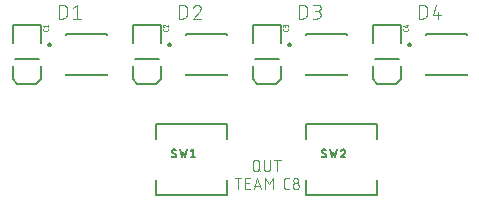
<source format=gbr>
G04 EAGLE Gerber RS-274X export*
G75*
%MOMM*%
%FSLAX34Y34*%
%LPD*%
%INSilkscreen Top*%
%IPPOS*%
%AMOC8*
5,1,8,0,0,1.08239X$1,22.5*%
G01*
%ADD10C,0.076200*%
%ADD11C,0.203200*%
%ADD12C,0.127000*%
%ADD13C,0.025400*%
%ADD14C,0.200000*%
%ADD15C,0.101600*%
%ADD16C,0.152400*%


D10*
X382052Y424632D02*
X382052Y428808D01*
X382051Y428808D02*
X382053Y428909D01*
X382059Y429010D01*
X382069Y429111D01*
X382082Y429211D01*
X382100Y429311D01*
X382121Y429410D01*
X382147Y429508D01*
X382176Y429605D01*
X382208Y429701D01*
X382245Y429795D01*
X382285Y429888D01*
X382329Y429980D01*
X382376Y430069D01*
X382427Y430157D01*
X382481Y430243D01*
X382538Y430326D01*
X382598Y430408D01*
X382662Y430486D01*
X382728Y430563D01*
X382798Y430636D01*
X382870Y430707D01*
X382945Y430775D01*
X383023Y430840D01*
X383103Y430902D01*
X383185Y430961D01*
X383270Y431017D01*
X383357Y431069D01*
X383445Y431118D01*
X383536Y431164D01*
X383628Y431205D01*
X383722Y431244D01*
X383817Y431278D01*
X383913Y431309D01*
X384011Y431336D01*
X384109Y431360D01*
X384209Y431379D01*
X384309Y431395D01*
X384409Y431407D01*
X384510Y431415D01*
X384611Y431419D01*
X384713Y431419D01*
X384814Y431415D01*
X384915Y431407D01*
X385015Y431395D01*
X385115Y431379D01*
X385215Y431360D01*
X385313Y431336D01*
X385411Y431309D01*
X385507Y431278D01*
X385602Y431244D01*
X385696Y431205D01*
X385788Y431164D01*
X385879Y431118D01*
X385968Y431069D01*
X386054Y431017D01*
X386139Y430961D01*
X386221Y430902D01*
X386301Y430840D01*
X386379Y430775D01*
X386454Y430707D01*
X386526Y430636D01*
X386596Y430563D01*
X386662Y430486D01*
X386726Y430408D01*
X386786Y430326D01*
X386843Y430243D01*
X386897Y430157D01*
X386948Y430069D01*
X386995Y429980D01*
X387039Y429888D01*
X387079Y429795D01*
X387116Y429701D01*
X387148Y429605D01*
X387177Y429508D01*
X387203Y429410D01*
X387224Y429311D01*
X387242Y429211D01*
X387255Y429111D01*
X387265Y429010D01*
X387271Y428909D01*
X387273Y428808D01*
X387273Y424632D01*
X387271Y424531D01*
X387265Y424430D01*
X387255Y424329D01*
X387242Y424229D01*
X387224Y424129D01*
X387203Y424030D01*
X387177Y423932D01*
X387148Y423835D01*
X387116Y423739D01*
X387079Y423645D01*
X387039Y423552D01*
X386995Y423460D01*
X386948Y423371D01*
X386897Y423283D01*
X386843Y423197D01*
X386786Y423114D01*
X386726Y423032D01*
X386662Y422954D01*
X386596Y422877D01*
X386526Y422804D01*
X386454Y422733D01*
X386379Y422665D01*
X386301Y422600D01*
X386221Y422538D01*
X386139Y422479D01*
X386054Y422423D01*
X385967Y422371D01*
X385879Y422322D01*
X385788Y422276D01*
X385696Y422235D01*
X385602Y422196D01*
X385507Y422162D01*
X385411Y422131D01*
X385313Y422104D01*
X385215Y422080D01*
X385115Y422061D01*
X385015Y422045D01*
X384915Y422033D01*
X384814Y422025D01*
X384713Y422021D01*
X384611Y422021D01*
X384510Y422025D01*
X384409Y422033D01*
X384309Y422045D01*
X384209Y422061D01*
X384109Y422080D01*
X384011Y422104D01*
X383913Y422131D01*
X383817Y422162D01*
X383722Y422196D01*
X383628Y422235D01*
X383536Y422276D01*
X383445Y422322D01*
X383357Y422371D01*
X383270Y422423D01*
X383185Y422479D01*
X383103Y422538D01*
X383023Y422600D01*
X382945Y422665D01*
X382870Y422733D01*
X382798Y422804D01*
X382728Y422877D01*
X382662Y422954D01*
X382598Y423032D01*
X382538Y423114D01*
X382481Y423197D01*
X382427Y423283D01*
X382376Y423371D01*
X382329Y423460D01*
X382285Y423552D01*
X382245Y423645D01*
X382208Y423739D01*
X382176Y423835D01*
X382147Y423932D01*
X382121Y424030D01*
X382100Y424129D01*
X382082Y424229D01*
X382069Y424329D01*
X382059Y424430D01*
X382053Y424531D01*
X382051Y424632D01*
X386228Y424109D02*
X388317Y422021D01*
X391288Y424632D02*
X391288Y431419D01*
X391288Y424632D02*
X391290Y424531D01*
X391296Y424430D01*
X391306Y424329D01*
X391319Y424229D01*
X391337Y424129D01*
X391358Y424030D01*
X391384Y423932D01*
X391413Y423835D01*
X391445Y423739D01*
X391482Y423645D01*
X391522Y423552D01*
X391566Y423460D01*
X391613Y423371D01*
X391664Y423283D01*
X391718Y423197D01*
X391775Y423114D01*
X391835Y423032D01*
X391899Y422954D01*
X391965Y422877D01*
X392035Y422804D01*
X392107Y422733D01*
X392182Y422665D01*
X392260Y422600D01*
X392340Y422538D01*
X392422Y422479D01*
X392507Y422423D01*
X392594Y422371D01*
X392682Y422322D01*
X392773Y422276D01*
X392865Y422235D01*
X392959Y422196D01*
X393054Y422162D01*
X393150Y422131D01*
X393248Y422104D01*
X393346Y422080D01*
X393446Y422061D01*
X393546Y422045D01*
X393646Y422033D01*
X393747Y422025D01*
X393848Y422021D01*
X393950Y422021D01*
X394051Y422025D01*
X394152Y422033D01*
X394252Y422045D01*
X394352Y422061D01*
X394452Y422080D01*
X394550Y422104D01*
X394648Y422131D01*
X394744Y422162D01*
X394839Y422196D01*
X394933Y422235D01*
X395025Y422276D01*
X395116Y422322D01*
X395204Y422371D01*
X395291Y422423D01*
X395376Y422479D01*
X395458Y422538D01*
X395538Y422600D01*
X395616Y422665D01*
X395691Y422733D01*
X395763Y422804D01*
X395833Y422877D01*
X395899Y422954D01*
X395963Y423032D01*
X396023Y423114D01*
X396080Y423197D01*
X396134Y423283D01*
X396185Y423371D01*
X396232Y423460D01*
X396276Y423552D01*
X396316Y423645D01*
X396353Y423739D01*
X396385Y423835D01*
X396414Y423932D01*
X396440Y424030D01*
X396461Y424129D01*
X396479Y424229D01*
X396492Y424329D01*
X396502Y424430D01*
X396508Y424531D01*
X396510Y424632D01*
X396509Y424632D02*
X396509Y431419D01*
X402738Y431419D02*
X402738Y422021D01*
X400127Y431419D02*
X405348Y431419D01*
X369164Y416179D02*
X369164Y406781D01*
X366553Y416179D02*
X371774Y416179D01*
X375410Y406781D02*
X379587Y406781D01*
X375410Y406781D02*
X375410Y416179D01*
X379587Y416179D01*
X378543Y412002D02*
X375410Y412002D01*
X382490Y406781D02*
X385623Y416179D01*
X388756Y406781D01*
X387972Y409131D02*
X383273Y409131D01*
X392549Y406781D02*
X392549Y416179D01*
X395681Y410958D01*
X398814Y416179D01*
X398814Y406781D01*
X410068Y406781D02*
X412157Y406781D01*
X410068Y406781D02*
X409979Y406783D01*
X409891Y406789D01*
X409803Y406798D01*
X409715Y406811D01*
X409628Y406828D01*
X409542Y406848D01*
X409457Y406873D01*
X409372Y406900D01*
X409289Y406932D01*
X409208Y406966D01*
X409128Y407005D01*
X409050Y407046D01*
X408973Y407091D01*
X408899Y407139D01*
X408826Y407190D01*
X408756Y407244D01*
X408689Y407302D01*
X408623Y407362D01*
X408561Y407424D01*
X408501Y407490D01*
X408443Y407557D01*
X408389Y407627D01*
X408338Y407700D01*
X408290Y407774D01*
X408245Y407851D01*
X408204Y407929D01*
X408165Y408009D01*
X408131Y408090D01*
X408099Y408173D01*
X408072Y408258D01*
X408047Y408343D01*
X408027Y408429D01*
X408010Y408516D01*
X407997Y408604D01*
X407988Y408692D01*
X407982Y408780D01*
X407980Y408869D01*
X407980Y414091D01*
X407981Y414091D02*
X407983Y414182D01*
X407989Y414273D01*
X407999Y414364D01*
X408013Y414454D01*
X408030Y414543D01*
X408052Y414631D01*
X408078Y414719D01*
X408107Y414805D01*
X408140Y414890D01*
X408177Y414973D01*
X408217Y415055D01*
X408261Y415135D01*
X408308Y415213D01*
X408359Y415289D01*
X408412Y415362D01*
X408469Y415433D01*
X408530Y415502D01*
X408593Y415567D01*
X408658Y415630D01*
X408727Y415690D01*
X408798Y415748D01*
X408871Y415801D01*
X408947Y415852D01*
X409025Y415899D01*
X409105Y415943D01*
X409187Y415983D01*
X409270Y416020D01*
X409355Y416053D01*
X409441Y416082D01*
X409529Y416108D01*
X409617Y416130D01*
X409706Y416147D01*
X409796Y416161D01*
X409887Y416171D01*
X409978Y416177D01*
X410069Y416179D01*
X410068Y416179D02*
X412157Y416179D01*
X415625Y409392D02*
X415627Y409493D01*
X415633Y409594D01*
X415643Y409695D01*
X415656Y409795D01*
X415674Y409895D01*
X415695Y409994D01*
X415721Y410092D01*
X415750Y410189D01*
X415782Y410285D01*
X415819Y410379D01*
X415859Y410472D01*
X415903Y410564D01*
X415950Y410653D01*
X416001Y410741D01*
X416055Y410827D01*
X416112Y410910D01*
X416172Y410992D01*
X416236Y411070D01*
X416302Y411147D01*
X416372Y411220D01*
X416444Y411291D01*
X416519Y411359D01*
X416597Y411424D01*
X416677Y411486D01*
X416759Y411545D01*
X416844Y411601D01*
X416931Y411653D01*
X417019Y411702D01*
X417110Y411748D01*
X417202Y411789D01*
X417296Y411828D01*
X417391Y411862D01*
X417487Y411893D01*
X417585Y411920D01*
X417683Y411944D01*
X417783Y411963D01*
X417883Y411979D01*
X417983Y411991D01*
X418084Y411999D01*
X418185Y412003D01*
X418287Y412003D01*
X418388Y411999D01*
X418489Y411991D01*
X418589Y411979D01*
X418689Y411963D01*
X418789Y411944D01*
X418887Y411920D01*
X418985Y411893D01*
X419081Y411862D01*
X419176Y411828D01*
X419270Y411789D01*
X419362Y411748D01*
X419453Y411702D01*
X419542Y411653D01*
X419628Y411601D01*
X419713Y411545D01*
X419795Y411486D01*
X419875Y411424D01*
X419953Y411359D01*
X420028Y411291D01*
X420100Y411220D01*
X420170Y411147D01*
X420236Y411070D01*
X420300Y410992D01*
X420360Y410910D01*
X420417Y410827D01*
X420471Y410741D01*
X420522Y410653D01*
X420569Y410564D01*
X420613Y410472D01*
X420653Y410379D01*
X420690Y410285D01*
X420722Y410189D01*
X420751Y410092D01*
X420777Y409994D01*
X420798Y409895D01*
X420816Y409795D01*
X420829Y409695D01*
X420839Y409594D01*
X420845Y409493D01*
X420847Y409392D01*
X420845Y409291D01*
X420839Y409190D01*
X420829Y409089D01*
X420816Y408989D01*
X420798Y408889D01*
X420777Y408790D01*
X420751Y408692D01*
X420722Y408595D01*
X420690Y408499D01*
X420653Y408405D01*
X420613Y408312D01*
X420569Y408220D01*
X420522Y408131D01*
X420471Y408043D01*
X420417Y407957D01*
X420360Y407874D01*
X420300Y407792D01*
X420236Y407714D01*
X420170Y407637D01*
X420100Y407564D01*
X420028Y407493D01*
X419953Y407425D01*
X419875Y407360D01*
X419795Y407298D01*
X419713Y407239D01*
X419628Y407183D01*
X419541Y407131D01*
X419453Y407082D01*
X419362Y407036D01*
X419270Y406995D01*
X419176Y406956D01*
X419081Y406922D01*
X418985Y406891D01*
X418887Y406864D01*
X418789Y406840D01*
X418689Y406821D01*
X418589Y406805D01*
X418489Y406793D01*
X418388Y406785D01*
X418287Y406781D01*
X418185Y406781D01*
X418084Y406785D01*
X417983Y406793D01*
X417883Y406805D01*
X417783Y406821D01*
X417683Y406840D01*
X417585Y406864D01*
X417487Y406891D01*
X417391Y406922D01*
X417296Y406956D01*
X417202Y406995D01*
X417110Y407036D01*
X417019Y407082D01*
X416931Y407131D01*
X416844Y407183D01*
X416759Y407239D01*
X416677Y407298D01*
X416597Y407360D01*
X416519Y407425D01*
X416444Y407493D01*
X416372Y407564D01*
X416302Y407637D01*
X416236Y407714D01*
X416172Y407792D01*
X416112Y407874D01*
X416055Y407957D01*
X416001Y408043D01*
X415950Y408131D01*
X415903Y408220D01*
X415859Y408312D01*
X415819Y408405D01*
X415782Y408499D01*
X415750Y408595D01*
X415721Y408692D01*
X415695Y408790D01*
X415674Y408889D01*
X415656Y408989D01*
X415643Y409089D01*
X415633Y409190D01*
X415627Y409291D01*
X415625Y409392D01*
X416148Y414091D02*
X416150Y414181D01*
X416156Y414270D01*
X416165Y414360D01*
X416179Y414449D01*
X416196Y414537D01*
X416217Y414624D01*
X416242Y414711D01*
X416271Y414796D01*
X416303Y414880D01*
X416338Y414962D01*
X416378Y415043D01*
X416420Y415122D01*
X416466Y415199D01*
X416516Y415274D01*
X416568Y415347D01*
X416624Y415418D01*
X416682Y415486D01*
X416744Y415551D01*
X416808Y415614D01*
X416875Y415674D01*
X416944Y415731D01*
X417016Y415785D01*
X417090Y415836D01*
X417166Y415884D01*
X417244Y415928D01*
X417324Y415969D01*
X417406Y416007D01*
X417489Y416041D01*
X417574Y416071D01*
X417660Y416098D01*
X417746Y416121D01*
X417834Y416140D01*
X417923Y416155D01*
X418012Y416167D01*
X418101Y416175D01*
X418191Y416179D01*
X418281Y416179D01*
X418371Y416175D01*
X418460Y416167D01*
X418549Y416155D01*
X418638Y416140D01*
X418726Y416121D01*
X418812Y416098D01*
X418898Y416071D01*
X418983Y416041D01*
X419066Y416007D01*
X419148Y415969D01*
X419228Y415928D01*
X419306Y415884D01*
X419382Y415836D01*
X419456Y415785D01*
X419528Y415731D01*
X419597Y415674D01*
X419664Y415614D01*
X419728Y415551D01*
X419790Y415486D01*
X419848Y415418D01*
X419904Y415347D01*
X419956Y415274D01*
X420006Y415199D01*
X420052Y415122D01*
X420094Y415043D01*
X420134Y414962D01*
X420169Y414880D01*
X420201Y414796D01*
X420230Y414711D01*
X420255Y414624D01*
X420276Y414537D01*
X420293Y414449D01*
X420307Y414360D01*
X420316Y414270D01*
X420322Y414181D01*
X420324Y414091D01*
X420322Y414001D01*
X420316Y413912D01*
X420307Y413822D01*
X420293Y413733D01*
X420276Y413645D01*
X420255Y413558D01*
X420230Y413471D01*
X420201Y413386D01*
X420169Y413302D01*
X420134Y413220D01*
X420094Y413139D01*
X420052Y413060D01*
X420006Y412983D01*
X419956Y412908D01*
X419904Y412835D01*
X419848Y412764D01*
X419790Y412696D01*
X419728Y412631D01*
X419664Y412568D01*
X419597Y412508D01*
X419528Y412451D01*
X419456Y412397D01*
X419382Y412346D01*
X419306Y412298D01*
X419228Y412254D01*
X419148Y412213D01*
X419066Y412175D01*
X418983Y412141D01*
X418898Y412111D01*
X418812Y412084D01*
X418726Y412061D01*
X418638Y412042D01*
X418549Y412027D01*
X418460Y412015D01*
X418371Y412007D01*
X418281Y412003D01*
X418191Y412003D01*
X418101Y412007D01*
X418012Y412015D01*
X417923Y412027D01*
X417834Y412042D01*
X417746Y412061D01*
X417660Y412084D01*
X417574Y412111D01*
X417489Y412141D01*
X417406Y412175D01*
X417324Y412213D01*
X417244Y412254D01*
X417166Y412298D01*
X417090Y412346D01*
X417016Y412397D01*
X416944Y412451D01*
X416875Y412508D01*
X416808Y412568D01*
X416744Y412631D01*
X416682Y412696D01*
X416624Y412764D01*
X416568Y412835D01*
X416516Y412908D01*
X416466Y412983D01*
X416420Y413060D01*
X416378Y413139D01*
X416338Y413220D01*
X416303Y413302D01*
X416271Y413386D01*
X416242Y413471D01*
X416217Y413558D01*
X416196Y413645D01*
X416179Y413733D01*
X416165Y413822D01*
X416156Y413912D01*
X416150Y414001D01*
X416148Y414091D01*
D11*
X280100Y530700D02*
X280100Y545700D01*
X304100Y545700D01*
X304100Y530700D01*
X280100Y510700D02*
X280100Y499700D01*
X284100Y495700D01*
X300100Y495700D01*
X304100Y499700D01*
X304100Y510700D01*
D12*
X302260Y516890D02*
X281940Y516890D01*
D13*
X309847Y541646D02*
X309847Y542492D01*
X309847Y541646D02*
X309845Y541588D01*
X309839Y541531D01*
X309829Y541474D01*
X309816Y541417D01*
X309798Y541362D01*
X309777Y541309D01*
X309752Y541256D01*
X309724Y541206D01*
X309692Y541158D01*
X309657Y541111D01*
X309619Y541068D01*
X309578Y541027D01*
X309535Y540989D01*
X309488Y540954D01*
X309440Y540922D01*
X309390Y540894D01*
X309337Y540869D01*
X309284Y540848D01*
X309229Y540830D01*
X309172Y540817D01*
X309115Y540807D01*
X309058Y540801D01*
X309000Y540799D01*
X306884Y540799D01*
X306826Y540801D01*
X306769Y540807D01*
X306712Y540817D01*
X306655Y540830D01*
X306600Y540848D01*
X306547Y540869D01*
X306494Y540894D01*
X306444Y540922D01*
X306396Y540954D01*
X306349Y540989D01*
X306306Y541027D01*
X306265Y541068D01*
X306227Y541111D01*
X306192Y541158D01*
X306160Y541206D01*
X306132Y541256D01*
X306107Y541309D01*
X306086Y541362D01*
X306068Y541417D01*
X306055Y541474D01*
X306045Y541531D01*
X306039Y541588D01*
X306037Y541646D01*
X306037Y542492D01*
X306037Y545021D02*
X306039Y545081D01*
X306045Y545140D01*
X306054Y545200D01*
X306067Y545258D01*
X306084Y545315D01*
X306104Y545372D01*
X306128Y545427D01*
X306155Y545480D01*
X306185Y545532D01*
X306219Y545581D01*
X306256Y545628D01*
X306295Y545673D01*
X306338Y545716D01*
X306383Y545755D01*
X306430Y545792D01*
X306479Y545826D01*
X306531Y545856D01*
X306584Y545883D01*
X306639Y545907D01*
X306696Y545927D01*
X306753Y545944D01*
X306811Y545957D01*
X306871Y545966D01*
X306930Y545972D01*
X306990Y545974D01*
X306037Y545021D02*
X306039Y544954D01*
X306044Y544887D01*
X306053Y544821D01*
X306066Y544755D01*
X306082Y544691D01*
X306102Y544627D01*
X306126Y544564D01*
X306152Y544502D01*
X306182Y544443D01*
X306215Y544385D01*
X306252Y544328D01*
X306291Y544274D01*
X306333Y544222D01*
X306378Y544173D01*
X306426Y544126D01*
X306476Y544082D01*
X306529Y544040D01*
X306584Y544002D01*
X306640Y543966D01*
X306699Y543934D01*
X306759Y543905D01*
X306821Y543879D01*
X306884Y543857D01*
X307731Y545655D02*
X307689Y545697D01*
X307644Y545736D01*
X307598Y545773D01*
X307549Y545807D01*
X307499Y545837D01*
X307447Y545865D01*
X307393Y545890D01*
X307338Y545912D01*
X307282Y545931D01*
X307225Y545946D01*
X307167Y545958D01*
X307108Y545966D01*
X307049Y545971D01*
X306990Y545973D01*
X307730Y545656D02*
X309847Y543856D01*
X309847Y545973D01*
D11*
X381700Y545700D02*
X381700Y530700D01*
X381700Y545700D02*
X405700Y545700D01*
X405700Y530700D01*
X381700Y510700D02*
X381700Y499700D01*
X385700Y495700D01*
X401700Y495700D01*
X405700Y499700D01*
X405700Y510700D01*
D12*
X403860Y516890D02*
X383540Y516890D01*
D13*
X411447Y541646D02*
X411447Y542492D01*
X411447Y541646D02*
X411445Y541588D01*
X411439Y541531D01*
X411429Y541474D01*
X411416Y541417D01*
X411398Y541362D01*
X411377Y541309D01*
X411352Y541256D01*
X411324Y541206D01*
X411292Y541158D01*
X411257Y541111D01*
X411219Y541068D01*
X411178Y541027D01*
X411135Y540989D01*
X411088Y540954D01*
X411040Y540922D01*
X410990Y540894D01*
X410937Y540869D01*
X410884Y540848D01*
X410829Y540830D01*
X410772Y540817D01*
X410715Y540807D01*
X410658Y540801D01*
X410600Y540799D01*
X408484Y540799D01*
X408426Y540801D01*
X408369Y540807D01*
X408312Y540817D01*
X408255Y540830D01*
X408200Y540848D01*
X408147Y540869D01*
X408094Y540894D01*
X408044Y540922D01*
X407996Y540954D01*
X407949Y540989D01*
X407906Y541027D01*
X407865Y541068D01*
X407827Y541111D01*
X407792Y541158D01*
X407760Y541206D01*
X407732Y541256D01*
X407707Y541309D01*
X407686Y541362D01*
X407668Y541417D01*
X407655Y541474D01*
X407645Y541531D01*
X407639Y541588D01*
X407637Y541646D01*
X407637Y542492D01*
X411447Y543856D02*
X411447Y544915D01*
X411445Y544979D01*
X411439Y545043D01*
X411430Y545106D01*
X411416Y545168D01*
X411399Y545230D01*
X411378Y545290D01*
X411354Y545349D01*
X411326Y545407D01*
X411294Y545462D01*
X411260Y545516D01*
X411222Y545567D01*
X411181Y545617D01*
X411137Y545663D01*
X411091Y545707D01*
X411041Y545748D01*
X410990Y545786D01*
X410936Y545820D01*
X410881Y545852D01*
X410823Y545880D01*
X410764Y545904D01*
X410704Y545925D01*
X410642Y545942D01*
X410580Y545956D01*
X410517Y545965D01*
X410453Y545971D01*
X410389Y545973D01*
X410325Y545971D01*
X410261Y545965D01*
X410198Y545956D01*
X410136Y545942D01*
X410074Y545925D01*
X410014Y545904D01*
X409955Y545880D01*
X409897Y545852D01*
X409842Y545820D01*
X409788Y545786D01*
X409737Y545748D01*
X409687Y545707D01*
X409641Y545663D01*
X409597Y545617D01*
X409556Y545567D01*
X409518Y545516D01*
X409484Y545462D01*
X409452Y545407D01*
X409424Y545349D01*
X409400Y545290D01*
X409379Y545230D01*
X409362Y545168D01*
X409348Y545106D01*
X409339Y545043D01*
X409333Y544979D01*
X409331Y544915D01*
X407637Y545126D02*
X407637Y543856D01*
X407637Y545126D02*
X407639Y545183D01*
X407645Y545239D01*
X407654Y545295D01*
X407667Y545350D01*
X407684Y545404D01*
X407704Y545457D01*
X407728Y545508D01*
X407755Y545558D01*
X407786Y545605D01*
X407819Y545651D01*
X407856Y545694D01*
X407895Y545735D01*
X407937Y545773D01*
X407982Y545808D01*
X408028Y545840D01*
X408077Y545869D01*
X408127Y545894D01*
X408180Y545916D01*
X408233Y545935D01*
X408288Y545950D01*
X408343Y545961D01*
X408399Y545969D01*
X408456Y545973D01*
X408512Y545973D01*
X408569Y545969D01*
X408625Y545961D01*
X408680Y545950D01*
X408735Y545935D01*
X408788Y545916D01*
X408841Y545894D01*
X408891Y545869D01*
X408940Y545840D01*
X408986Y545808D01*
X409031Y545773D01*
X409073Y545735D01*
X409112Y545694D01*
X409149Y545651D01*
X409182Y545605D01*
X409213Y545558D01*
X409240Y545508D01*
X409264Y545457D01*
X409284Y545404D01*
X409301Y545350D01*
X409314Y545295D01*
X409323Y545239D01*
X409329Y545183D01*
X409331Y545126D01*
X409330Y545126D02*
X409330Y544280D01*
D11*
X178500Y545700D02*
X178500Y530700D01*
X178500Y545700D02*
X202500Y545700D01*
X202500Y530700D01*
X178500Y510700D02*
X178500Y499700D01*
X182500Y495700D01*
X198500Y495700D01*
X202500Y499700D01*
X202500Y510700D01*
D12*
X200660Y516890D02*
X180340Y516890D01*
D13*
X208247Y541646D02*
X208247Y542492D01*
X208247Y541646D02*
X208245Y541588D01*
X208239Y541531D01*
X208229Y541474D01*
X208216Y541417D01*
X208198Y541362D01*
X208177Y541309D01*
X208152Y541256D01*
X208124Y541206D01*
X208092Y541158D01*
X208057Y541111D01*
X208019Y541068D01*
X207978Y541027D01*
X207935Y540989D01*
X207888Y540954D01*
X207840Y540922D01*
X207790Y540894D01*
X207737Y540869D01*
X207684Y540848D01*
X207629Y540830D01*
X207572Y540817D01*
X207515Y540807D01*
X207458Y540801D01*
X207400Y540799D01*
X205284Y540799D01*
X205226Y540801D01*
X205169Y540807D01*
X205112Y540817D01*
X205055Y540830D01*
X205000Y540848D01*
X204947Y540869D01*
X204894Y540894D01*
X204844Y540922D01*
X204796Y540954D01*
X204749Y540989D01*
X204706Y541027D01*
X204665Y541068D01*
X204627Y541111D01*
X204592Y541158D01*
X204560Y541206D01*
X204532Y541256D01*
X204507Y541309D01*
X204486Y541362D01*
X204468Y541417D01*
X204455Y541474D01*
X204445Y541531D01*
X204439Y541588D01*
X204437Y541646D01*
X204437Y542492D01*
X205284Y543856D02*
X204437Y544915D01*
X208247Y544915D01*
X208247Y545973D02*
X208247Y543856D01*
D11*
X483300Y545700D02*
X483300Y530700D01*
X483300Y545700D02*
X507300Y545700D01*
X507300Y530700D01*
X483300Y510700D02*
X483300Y499700D01*
X487300Y495700D01*
X503300Y495700D01*
X507300Y499700D01*
X507300Y510700D01*
D12*
X505460Y516890D02*
X485140Y516890D01*
D13*
X513047Y541646D02*
X513047Y542492D01*
X513047Y541646D02*
X513045Y541588D01*
X513039Y541531D01*
X513029Y541474D01*
X513016Y541417D01*
X512998Y541362D01*
X512977Y541309D01*
X512952Y541256D01*
X512924Y541206D01*
X512892Y541158D01*
X512857Y541111D01*
X512819Y541068D01*
X512778Y541027D01*
X512735Y540989D01*
X512688Y540954D01*
X512640Y540922D01*
X512590Y540894D01*
X512537Y540869D01*
X512484Y540848D01*
X512429Y540830D01*
X512372Y540817D01*
X512315Y540807D01*
X512258Y540801D01*
X512200Y540799D01*
X510084Y540799D01*
X510026Y540801D01*
X509969Y540807D01*
X509912Y540817D01*
X509855Y540830D01*
X509800Y540848D01*
X509747Y540869D01*
X509694Y540894D01*
X509644Y540922D01*
X509596Y540954D01*
X509549Y540989D01*
X509506Y541027D01*
X509465Y541068D01*
X509427Y541111D01*
X509392Y541158D01*
X509360Y541206D01*
X509332Y541256D01*
X509307Y541309D01*
X509286Y541362D01*
X509268Y541417D01*
X509255Y541474D01*
X509245Y541531D01*
X509239Y541588D01*
X509237Y541646D01*
X509237Y542492D01*
X509237Y544703D02*
X512200Y543856D01*
X512200Y545973D01*
X511354Y545338D02*
X513047Y545338D01*
D12*
X258800Y538200D02*
X258800Y536900D01*
X258800Y504500D02*
X258800Y503200D01*
X223800Y536900D02*
X223800Y538200D01*
X223800Y504500D02*
X223800Y503200D01*
X223800Y538200D02*
X258800Y538200D01*
X258800Y503200D02*
X223800Y503200D01*
D14*
X208800Y529200D02*
X208802Y529263D01*
X208808Y529325D01*
X208818Y529387D01*
X208831Y529449D01*
X208849Y529509D01*
X208870Y529568D01*
X208895Y529626D01*
X208924Y529682D01*
X208956Y529736D01*
X208991Y529788D01*
X209029Y529837D01*
X209071Y529885D01*
X209115Y529929D01*
X209163Y529971D01*
X209212Y530009D01*
X209264Y530044D01*
X209318Y530076D01*
X209374Y530105D01*
X209432Y530130D01*
X209491Y530151D01*
X209551Y530169D01*
X209613Y530182D01*
X209675Y530192D01*
X209737Y530198D01*
X209800Y530200D01*
X209863Y530198D01*
X209925Y530192D01*
X209987Y530182D01*
X210049Y530169D01*
X210109Y530151D01*
X210168Y530130D01*
X210226Y530105D01*
X210282Y530076D01*
X210336Y530044D01*
X210388Y530009D01*
X210437Y529971D01*
X210485Y529929D01*
X210529Y529885D01*
X210571Y529837D01*
X210609Y529788D01*
X210644Y529736D01*
X210676Y529682D01*
X210705Y529626D01*
X210730Y529568D01*
X210751Y529509D01*
X210769Y529449D01*
X210782Y529387D01*
X210792Y529325D01*
X210798Y529263D01*
X210800Y529200D01*
X210798Y529137D01*
X210792Y529075D01*
X210782Y529013D01*
X210769Y528951D01*
X210751Y528891D01*
X210730Y528832D01*
X210705Y528774D01*
X210676Y528718D01*
X210644Y528664D01*
X210609Y528612D01*
X210571Y528563D01*
X210529Y528515D01*
X210485Y528471D01*
X210437Y528429D01*
X210388Y528391D01*
X210336Y528356D01*
X210282Y528324D01*
X210226Y528295D01*
X210168Y528270D01*
X210109Y528249D01*
X210049Y528231D01*
X209987Y528218D01*
X209925Y528208D01*
X209863Y528202D01*
X209800Y528200D01*
X209737Y528202D01*
X209675Y528208D01*
X209613Y528218D01*
X209551Y528231D01*
X209491Y528249D01*
X209432Y528270D01*
X209374Y528295D01*
X209318Y528324D01*
X209264Y528356D01*
X209212Y528391D01*
X209163Y528429D01*
X209115Y528471D01*
X209071Y528515D01*
X209029Y528563D01*
X208991Y528612D01*
X208956Y528664D01*
X208924Y528718D01*
X208895Y528774D01*
X208870Y528832D01*
X208849Y528891D01*
X208831Y528951D01*
X208818Y529013D01*
X208808Y529075D01*
X208802Y529137D01*
X208800Y529200D01*
D15*
X217808Y551208D02*
X217808Y562892D01*
X221054Y562892D01*
X221167Y562890D01*
X221280Y562884D01*
X221393Y562874D01*
X221506Y562860D01*
X221618Y562843D01*
X221729Y562821D01*
X221839Y562796D01*
X221949Y562766D01*
X222057Y562733D01*
X222164Y562696D01*
X222270Y562656D01*
X222374Y562611D01*
X222477Y562563D01*
X222578Y562512D01*
X222677Y562457D01*
X222774Y562399D01*
X222869Y562337D01*
X222962Y562272D01*
X223052Y562204D01*
X223140Y562133D01*
X223226Y562058D01*
X223309Y561981D01*
X223389Y561901D01*
X223466Y561818D01*
X223541Y561732D01*
X223612Y561644D01*
X223680Y561554D01*
X223745Y561461D01*
X223807Y561366D01*
X223865Y561269D01*
X223920Y561170D01*
X223971Y561069D01*
X224019Y560966D01*
X224064Y560862D01*
X224104Y560756D01*
X224141Y560649D01*
X224174Y560541D01*
X224204Y560431D01*
X224229Y560321D01*
X224251Y560210D01*
X224268Y560098D01*
X224282Y559985D01*
X224292Y559872D01*
X224298Y559759D01*
X224300Y559646D01*
X224299Y559646D02*
X224299Y554454D01*
X224300Y554454D02*
X224298Y554341D01*
X224292Y554228D01*
X224282Y554115D01*
X224268Y554002D01*
X224251Y553890D01*
X224229Y553779D01*
X224204Y553669D01*
X224174Y553559D01*
X224141Y553451D01*
X224104Y553344D01*
X224064Y553238D01*
X224019Y553134D01*
X223971Y553031D01*
X223920Y552930D01*
X223865Y552831D01*
X223807Y552734D01*
X223745Y552639D01*
X223680Y552546D01*
X223612Y552456D01*
X223541Y552368D01*
X223466Y552282D01*
X223389Y552199D01*
X223309Y552119D01*
X223226Y552042D01*
X223140Y551967D01*
X223052Y551896D01*
X222962Y551828D01*
X222869Y551763D01*
X222774Y551701D01*
X222677Y551643D01*
X222578Y551588D01*
X222477Y551537D01*
X222374Y551489D01*
X222270Y551444D01*
X222164Y551404D01*
X222057Y551367D01*
X221949Y551334D01*
X221839Y551304D01*
X221729Y551279D01*
X221618Y551257D01*
X221506Y551240D01*
X221393Y551226D01*
X221280Y551216D01*
X221167Y551210D01*
X221054Y551208D01*
X217808Y551208D01*
X229619Y560296D02*
X232865Y562892D01*
X232865Y551208D01*
X236110Y551208D02*
X229619Y551208D01*
D12*
X360400Y538200D02*
X360400Y536900D01*
X360400Y504500D02*
X360400Y503200D01*
X325400Y536900D02*
X325400Y538200D01*
X325400Y504500D02*
X325400Y503200D01*
X325400Y538200D02*
X360400Y538200D01*
X360400Y503200D02*
X325400Y503200D01*
D14*
X310400Y529200D02*
X310402Y529263D01*
X310408Y529325D01*
X310418Y529387D01*
X310431Y529449D01*
X310449Y529509D01*
X310470Y529568D01*
X310495Y529626D01*
X310524Y529682D01*
X310556Y529736D01*
X310591Y529788D01*
X310629Y529837D01*
X310671Y529885D01*
X310715Y529929D01*
X310763Y529971D01*
X310812Y530009D01*
X310864Y530044D01*
X310918Y530076D01*
X310974Y530105D01*
X311032Y530130D01*
X311091Y530151D01*
X311151Y530169D01*
X311213Y530182D01*
X311275Y530192D01*
X311337Y530198D01*
X311400Y530200D01*
X311463Y530198D01*
X311525Y530192D01*
X311587Y530182D01*
X311649Y530169D01*
X311709Y530151D01*
X311768Y530130D01*
X311826Y530105D01*
X311882Y530076D01*
X311936Y530044D01*
X311988Y530009D01*
X312037Y529971D01*
X312085Y529929D01*
X312129Y529885D01*
X312171Y529837D01*
X312209Y529788D01*
X312244Y529736D01*
X312276Y529682D01*
X312305Y529626D01*
X312330Y529568D01*
X312351Y529509D01*
X312369Y529449D01*
X312382Y529387D01*
X312392Y529325D01*
X312398Y529263D01*
X312400Y529200D01*
X312398Y529137D01*
X312392Y529075D01*
X312382Y529013D01*
X312369Y528951D01*
X312351Y528891D01*
X312330Y528832D01*
X312305Y528774D01*
X312276Y528718D01*
X312244Y528664D01*
X312209Y528612D01*
X312171Y528563D01*
X312129Y528515D01*
X312085Y528471D01*
X312037Y528429D01*
X311988Y528391D01*
X311936Y528356D01*
X311882Y528324D01*
X311826Y528295D01*
X311768Y528270D01*
X311709Y528249D01*
X311649Y528231D01*
X311587Y528218D01*
X311525Y528208D01*
X311463Y528202D01*
X311400Y528200D01*
X311337Y528202D01*
X311275Y528208D01*
X311213Y528218D01*
X311151Y528231D01*
X311091Y528249D01*
X311032Y528270D01*
X310974Y528295D01*
X310918Y528324D01*
X310864Y528356D01*
X310812Y528391D01*
X310763Y528429D01*
X310715Y528471D01*
X310671Y528515D01*
X310629Y528563D01*
X310591Y528612D01*
X310556Y528664D01*
X310524Y528718D01*
X310495Y528774D01*
X310470Y528832D01*
X310449Y528891D01*
X310431Y528951D01*
X310418Y529013D01*
X310408Y529075D01*
X310402Y529137D01*
X310400Y529200D01*
D15*
X319408Y551208D02*
X319408Y562892D01*
X322654Y562892D01*
X322767Y562890D01*
X322880Y562884D01*
X322993Y562874D01*
X323106Y562860D01*
X323218Y562843D01*
X323329Y562821D01*
X323439Y562796D01*
X323549Y562766D01*
X323657Y562733D01*
X323764Y562696D01*
X323870Y562656D01*
X323974Y562611D01*
X324077Y562563D01*
X324178Y562512D01*
X324277Y562457D01*
X324374Y562399D01*
X324469Y562337D01*
X324562Y562272D01*
X324652Y562204D01*
X324740Y562133D01*
X324826Y562058D01*
X324909Y561981D01*
X324989Y561901D01*
X325066Y561818D01*
X325141Y561732D01*
X325212Y561644D01*
X325280Y561554D01*
X325345Y561461D01*
X325407Y561366D01*
X325465Y561269D01*
X325520Y561170D01*
X325571Y561069D01*
X325619Y560966D01*
X325664Y560862D01*
X325704Y560756D01*
X325741Y560649D01*
X325774Y560541D01*
X325804Y560431D01*
X325829Y560321D01*
X325851Y560210D01*
X325868Y560098D01*
X325882Y559985D01*
X325892Y559872D01*
X325898Y559759D01*
X325900Y559646D01*
X325899Y559646D02*
X325899Y554454D01*
X325900Y554454D02*
X325898Y554341D01*
X325892Y554228D01*
X325882Y554115D01*
X325868Y554002D01*
X325851Y553890D01*
X325829Y553779D01*
X325804Y553669D01*
X325774Y553559D01*
X325741Y553451D01*
X325704Y553344D01*
X325664Y553238D01*
X325619Y553134D01*
X325571Y553031D01*
X325520Y552930D01*
X325465Y552831D01*
X325407Y552734D01*
X325345Y552639D01*
X325280Y552546D01*
X325212Y552456D01*
X325141Y552368D01*
X325066Y552282D01*
X324989Y552199D01*
X324909Y552119D01*
X324826Y552042D01*
X324740Y551967D01*
X324652Y551896D01*
X324562Y551828D01*
X324469Y551763D01*
X324374Y551701D01*
X324277Y551643D01*
X324178Y551588D01*
X324077Y551537D01*
X323974Y551489D01*
X323870Y551444D01*
X323764Y551404D01*
X323657Y551367D01*
X323549Y551334D01*
X323439Y551304D01*
X323329Y551279D01*
X323218Y551257D01*
X323106Y551240D01*
X322993Y551226D01*
X322880Y551216D01*
X322767Y551210D01*
X322654Y551208D01*
X319408Y551208D01*
X334789Y562892D02*
X334896Y562890D01*
X335002Y562884D01*
X335108Y562874D01*
X335214Y562861D01*
X335320Y562843D01*
X335424Y562822D01*
X335528Y562797D01*
X335631Y562768D01*
X335732Y562736D01*
X335832Y562699D01*
X335931Y562659D01*
X336029Y562616D01*
X336125Y562569D01*
X336219Y562518D01*
X336311Y562464D01*
X336401Y562407D01*
X336489Y562347D01*
X336574Y562283D01*
X336657Y562216D01*
X336738Y562146D01*
X336816Y562074D01*
X336892Y561998D01*
X336964Y561920D01*
X337034Y561839D01*
X337101Y561756D01*
X337165Y561671D01*
X337225Y561583D01*
X337282Y561493D01*
X337336Y561401D01*
X337387Y561307D01*
X337434Y561211D01*
X337477Y561113D01*
X337517Y561014D01*
X337554Y560914D01*
X337586Y560813D01*
X337615Y560710D01*
X337640Y560606D01*
X337661Y560502D01*
X337679Y560396D01*
X337692Y560290D01*
X337702Y560184D01*
X337708Y560078D01*
X337710Y559971D01*
X334789Y562892D02*
X334668Y562890D01*
X334547Y562884D01*
X334427Y562874D01*
X334306Y562861D01*
X334187Y562843D01*
X334067Y562822D01*
X333949Y562797D01*
X333832Y562768D01*
X333715Y562735D01*
X333600Y562699D01*
X333486Y562658D01*
X333373Y562615D01*
X333261Y562567D01*
X333152Y562516D01*
X333044Y562461D01*
X332937Y562403D01*
X332833Y562342D01*
X332731Y562277D01*
X332631Y562209D01*
X332533Y562138D01*
X332437Y562064D01*
X332344Y561987D01*
X332254Y561906D01*
X332166Y561823D01*
X332081Y561737D01*
X331998Y561648D01*
X331919Y561557D01*
X331842Y561463D01*
X331769Y561367D01*
X331699Y561269D01*
X331632Y561168D01*
X331568Y561065D01*
X331508Y560960D01*
X331451Y560853D01*
X331397Y560745D01*
X331347Y560635D01*
X331301Y560523D01*
X331258Y560410D01*
X331219Y560295D01*
X336737Y557699D02*
X336816Y557776D01*
X336892Y557857D01*
X336965Y557940D01*
X337035Y558025D01*
X337102Y558113D01*
X337166Y558203D01*
X337226Y558295D01*
X337283Y558390D01*
X337337Y558486D01*
X337388Y558584D01*
X337435Y558684D01*
X337479Y558786D01*
X337519Y558889D01*
X337555Y558993D01*
X337587Y559099D01*
X337616Y559205D01*
X337641Y559313D01*
X337663Y559421D01*
X337680Y559531D01*
X337694Y559640D01*
X337703Y559750D01*
X337709Y559861D01*
X337711Y559971D01*
X336736Y557699D02*
X331219Y551208D01*
X337710Y551208D01*
D12*
X462000Y538200D02*
X462000Y536900D01*
X462000Y504500D02*
X462000Y503200D01*
X427000Y536900D02*
X427000Y538200D01*
X427000Y504500D02*
X427000Y503200D01*
X427000Y538200D02*
X462000Y538200D01*
X462000Y503200D02*
X427000Y503200D01*
D14*
X412000Y529200D02*
X412002Y529263D01*
X412008Y529325D01*
X412018Y529387D01*
X412031Y529449D01*
X412049Y529509D01*
X412070Y529568D01*
X412095Y529626D01*
X412124Y529682D01*
X412156Y529736D01*
X412191Y529788D01*
X412229Y529837D01*
X412271Y529885D01*
X412315Y529929D01*
X412363Y529971D01*
X412412Y530009D01*
X412464Y530044D01*
X412518Y530076D01*
X412574Y530105D01*
X412632Y530130D01*
X412691Y530151D01*
X412751Y530169D01*
X412813Y530182D01*
X412875Y530192D01*
X412937Y530198D01*
X413000Y530200D01*
X413063Y530198D01*
X413125Y530192D01*
X413187Y530182D01*
X413249Y530169D01*
X413309Y530151D01*
X413368Y530130D01*
X413426Y530105D01*
X413482Y530076D01*
X413536Y530044D01*
X413588Y530009D01*
X413637Y529971D01*
X413685Y529929D01*
X413729Y529885D01*
X413771Y529837D01*
X413809Y529788D01*
X413844Y529736D01*
X413876Y529682D01*
X413905Y529626D01*
X413930Y529568D01*
X413951Y529509D01*
X413969Y529449D01*
X413982Y529387D01*
X413992Y529325D01*
X413998Y529263D01*
X414000Y529200D01*
X413998Y529137D01*
X413992Y529075D01*
X413982Y529013D01*
X413969Y528951D01*
X413951Y528891D01*
X413930Y528832D01*
X413905Y528774D01*
X413876Y528718D01*
X413844Y528664D01*
X413809Y528612D01*
X413771Y528563D01*
X413729Y528515D01*
X413685Y528471D01*
X413637Y528429D01*
X413588Y528391D01*
X413536Y528356D01*
X413482Y528324D01*
X413426Y528295D01*
X413368Y528270D01*
X413309Y528249D01*
X413249Y528231D01*
X413187Y528218D01*
X413125Y528208D01*
X413063Y528202D01*
X413000Y528200D01*
X412937Y528202D01*
X412875Y528208D01*
X412813Y528218D01*
X412751Y528231D01*
X412691Y528249D01*
X412632Y528270D01*
X412574Y528295D01*
X412518Y528324D01*
X412464Y528356D01*
X412412Y528391D01*
X412363Y528429D01*
X412315Y528471D01*
X412271Y528515D01*
X412229Y528563D01*
X412191Y528612D01*
X412156Y528664D01*
X412124Y528718D01*
X412095Y528774D01*
X412070Y528832D01*
X412049Y528891D01*
X412031Y528951D01*
X412018Y529013D01*
X412008Y529075D01*
X412002Y529137D01*
X412000Y529200D01*
D15*
X421008Y551208D02*
X421008Y562892D01*
X424254Y562892D01*
X424367Y562890D01*
X424480Y562884D01*
X424593Y562874D01*
X424706Y562860D01*
X424818Y562843D01*
X424929Y562821D01*
X425039Y562796D01*
X425149Y562766D01*
X425257Y562733D01*
X425364Y562696D01*
X425470Y562656D01*
X425574Y562611D01*
X425677Y562563D01*
X425778Y562512D01*
X425877Y562457D01*
X425974Y562399D01*
X426069Y562337D01*
X426162Y562272D01*
X426252Y562204D01*
X426340Y562133D01*
X426426Y562058D01*
X426509Y561981D01*
X426589Y561901D01*
X426666Y561818D01*
X426741Y561732D01*
X426812Y561644D01*
X426880Y561554D01*
X426945Y561461D01*
X427007Y561366D01*
X427065Y561269D01*
X427120Y561170D01*
X427171Y561069D01*
X427219Y560966D01*
X427264Y560862D01*
X427304Y560756D01*
X427341Y560649D01*
X427374Y560541D01*
X427404Y560431D01*
X427429Y560321D01*
X427451Y560210D01*
X427468Y560098D01*
X427482Y559985D01*
X427492Y559872D01*
X427498Y559759D01*
X427500Y559646D01*
X427499Y559646D02*
X427499Y554454D01*
X427500Y554454D02*
X427498Y554341D01*
X427492Y554228D01*
X427482Y554115D01*
X427468Y554002D01*
X427451Y553890D01*
X427429Y553779D01*
X427404Y553669D01*
X427374Y553559D01*
X427341Y553451D01*
X427304Y553344D01*
X427264Y553238D01*
X427219Y553134D01*
X427171Y553031D01*
X427120Y552930D01*
X427065Y552831D01*
X427007Y552734D01*
X426945Y552639D01*
X426880Y552546D01*
X426812Y552456D01*
X426741Y552368D01*
X426666Y552282D01*
X426589Y552199D01*
X426509Y552119D01*
X426426Y552042D01*
X426340Y551967D01*
X426252Y551896D01*
X426162Y551828D01*
X426069Y551763D01*
X425974Y551701D01*
X425877Y551643D01*
X425778Y551588D01*
X425677Y551537D01*
X425574Y551489D01*
X425470Y551444D01*
X425364Y551404D01*
X425257Y551367D01*
X425149Y551334D01*
X425039Y551304D01*
X424929Y551279D01*
X424818Y551257D01*
X424706Y551240D01*
X424593Y551226D01*
X424480Y551216D01*
X424367Y551210D01*
X424254Y551208D01*
X421008Y551208D01*
X432819Y551208D02*
X436065Y551208D01*
X436178Y551210D01*
X436291Y551216D01*
X436404Y551226D01*
X436517Y551240D01*
X436629Y551257D01*
X436740Y551279D01*
X436850Y551304D01*
X436960Y551334D01*
X437068Y551367D01*
X437175Y551404D01*
X437281Y551444D01*
X437385Y551489D01*
X437488Y551537D01*
X437589Y551588D01*
X437688Y551643D01*
X437785Y551701D01*
X437880Y551763D01*
X437973Y551828D01*
X438063Y551896D01*
X438151Y551967D01*
X438237Y552042D01*
X438320Y552119D01*
X438400Y552199D01*
X438477Y552282D01*
X438552Y552368D01*
X438623Y552456D01*
X438691Y552546D01*
X438756Y552639D01*
X438818Y552734D01*
X438876Y552831D01*
X438931Y552930D01*
X438982Y553031D01*
X439030Y553134D01*
X439075Y553238D01*
X439115Y553344D01*
X439152Y553451D01*
X439185Y553559D01*
X439215Y553669D01*
X439240Y553779D01*
X439262Y553890D01*
X439279Y554002D01*
X439293Y554115D01*
X439303Y554228D01*
X439309Y554341D01*
X439311Y554454D01*
X439309Y554567D01*
X439303Y554680D01*
X439293Y554793D01*
X439279Y554906D01*
X439262Y555018D01*
X439240Y555129D01*
X439215Y555239D01*
X439185Y555349D01*
X439152Y555457D01*
X439115Y555564D01*
X439075Y555670D01*
X439030Y555774D01*
X438982Y555877D01*
X438931Y555978D01*
X438876Y556077D01*
X438818Y556174D01*
X438756Y556269D01*
X438691Y556362D01*
X438623Y556452D01*
X438552Y556540D01*
X438477Y556626D01*
X438400Y556709D01*
X438320Y556789D01*
X438237Y556866D01*
X438151Y556941D01*
X438063Y557012D01*
X437973Y557080D01*
X437880Y557145D01*
X437785Y557207D01*
X437688Y557265D01*
X437589Y557320D01*
X437488Y557371D01*
X437385Y557419D01*
X437281Y557464D01*
X437175Y557504D01*
X437068Y557541D01*
X436960Y557574D01*
X436850Y557604D01*
X436740Y557629D01*
X436629Y557651D01*
X436517Y557668D01*
X436404Y557682D01*
X436291Y557692D01*
X436178Y557698D01*
X436065Y557700D01*
X436714Y562892D02*
X432819Y562892D01*
X436714Y562892D02*
X436815Y562890D01*
X436915Y562884D01*
X437015Y562874D01*
X437115Y562861D01*
X437214Y562843D01*
X437313Y562822D01*
X437410Y562797D01*
X437507Y562768D01*
X437602Y562735D01*
X437696Y562699D01*
X437788Y562659D01*
X437879Y562616D01*
X437968Y562569D01*
X438055Y562519D01*
X438141Y562465D01*
X438224Y562408D01*
X438304Y562348D01*
X438383Y562285D01*
X438459Y562218D01*
X438532Y562149D01*
X438602Y562077D01*
X438670Y562003D01*
X438735Y561926D01*
X438796Y561846D01*
X438855Y561764D01*
X438910Y561680D01*
X438962Y561594D01*
X439011Y561506D01*
X439056Y561416D01*
X439098Y561324D01*
X439136Y561231D01*
X439170Y561136D01*
X439201Y561041D01*
X439228Y560944D01*
X439251Y560846D01*
X439271Y560747D01*
X439286Y560647D01*
X439298Y560547D01*
X439306Y560447D01*
X439310Y560346D01*
X439310Y560246D01*
X439306Y560145D01*
X439298Y560045D01*
X439286Y559945D01*
X439271Y559845D01*
X439251Y559746D01*
X439228Y559648D01*
X439201Y559551D01*
X439170Y559456D01*
X439136Y559361D01*
X439098Y559268D01*
X439056Y559176D01*
X439011Y559086D01*
X438962Y558998D01*
X438910Y558912D01*
X438855Y558828D01*
X438796Y558746D01*
X438735Y558666D01*
X438670Y558589D01*
X438602Y558515D01*
X438532Y558443D01*
X438459Y558374D01*
X438383Y558307D01*
X438304Y558244D01*
X438224Y558184D01*
X438141Y558127D01*
X438055Y558073D01*
X437968Y558023D01*
X437879Y557976D01*
X437788Y557933D01*
X437696Y557893D01*
X437602Y557857D01*
X437507Y557824D01*
X437410Y557795D01*
X437313Y557770D01*
X437214Y557749D01*
X437115Y557731D01*
X437015Y557718D01*
X436915Y557708D01*
X436815Y557702D01*
X436714Y557700D01*
X436714Y557699D02*
X434117Y557699D01*
D12*
X563600Y538200D02*
X563600Y536900D01*
X563600Y504500D02*
X563600Y503200D01*
X528600Y536900D02*
X528600Y538200D01*
X528600Y504500D02*
X528600Y503200D01*
X528600Y538200D02*
X563600Y538200D01*
X563600Y503200D02*
X528600Y503200D01*
D14*
X513600Y529200D02*
X513602Y529263D01*
X513608Y529325D01*
X513618Y529387D01*
X513631Y529449D01*
X513649Y529509D01*
X513670Y529568D01*
X513695Y529626D01*
X513724Y529682D01*
X513756Y529736D01*
X513791Y529788D01*
X513829Y529837D01*
X513871Y529885D01*
X513915Y529929D01*
X513963Y529971D01*
X514012Y530009D01*
X514064Y530044D01*
X514118Y530076D01*
X514174Y530105D01*
X514232Y530130D01*
X514291Y530151D01*
X514351Y530169D01*
X514413Y530182D01*
X514475Y530192D01*
X514537Y530198D01*
X514600Y530200D01*
X514663Y530198D01*
X514725Y530192D01*
X514787Y530182D01*
X514849Y530169D01*
X514909Y530151D01*
X514968Y530130D01*
X515026Y530105D01*
X515082Y530076D01*
X515136Y530044D01*
X515188Y530009D01*
X515237Y529971D01*
X515285Y529929D01*
X515329Y529885D01*
X515371Y529837D01*
X515409Y529788D01*
X515444Y529736D01*
X515476Y529682D01*
X515505Y529626D01*
X515530Y529568D01*
X515551Y529509D01*
X515569Y529449D01*
X515582Y529387D01*
X515592Y529325D01*
X515598Y529263D01*
X515600Y529200D01*
X515598Y529137D01*
X515592Y529075D01*
X515582Y529013D01*
X515569Y528951D01*
X515551Y528891D01*
X515530Y528832D01*
X515505Y528774D01*
X515476Y528718D01*
X515444Y528664D01*
X515409Y528612D01*
X515371Y528563D01*
X515329Y528515D01*
X515285Y528471D01*
X515237Y528429D01*
X515188Y528391D01*
X515136Y528356D01*
X515082Y528324D01*
X515026Y528295D01*
X514968Y528270D01*
X514909Y528249D01*
X514849Y528231D01*
X514787Y528218D01*
X514725Y528208D01*
X514663Y528202D01*
X514600Y528200D01*
X514537Y528202D01*
X514475Y528208D01*
X514413Y528218D01*
X514351Y528231D01*
X514291Y528249D01*
X514232Y528270D01*
X514174Y528295D01*
X514118Y528324D01*
X514064Y528356D01*
X514012Y528391D01*
X513963Y528429D01*
X513915Y528471D01*
X513871Y528515D01*
X513829Y528563D01*
X513791Y528612D01*
X513756Y528664D01*
X513724Y528718D01*
X513695Y528774D01*
X513670Y528832D01*
X513649Y528891D01*
X513631Y528951D01*
X513618Y529013D01*
X513608Y529075D01*
X513602Y529137D01*
X513600Y529200D01*
D15*
X522608Y551208D02*
X522608Y562892D01*
X525854Y562892D01*
X525967Y562890D01*
X526080Y562884D01*
X526193Y562874D01*
X526306Y562860D01*
X526418Y562843D01*
X526529Y562821D01*
X526639Y562796D01*
X526749Y562766D01*
X526857Y562733D01*
X526964Y562696D01*
X527070Y562656D01*
X527174Y562611D01*
X527277Y562563D01*
X527378Y562512D01*
X527477Y562457D01*
X527574Y562399D01*
X527669Y562337D01*
X527762Y562272D01*
X527852Y562204D01*
X527940Y562133D01*
X528026Y562058D01*
X528109Y561981D01*
X528189Y561901D01*
X528266Y561818D01*
X528341Y561732D01*
X528412Y561644D01*
X528480Y561554D01*
X528545Y561461D01*
X528607Y561366D01*
X528665Y561269D01*
X528720Y561170D01*
X528771Y561069D01*
X528819Y560966D01*
X528864Y560862D01*
X528904Y560756D01*
X528941Y560649D01*
X528974Y560541D01*
X529004Y560431D01*
X529029Y560321D01*
X529051Y560210D01*
X529068Y560098D01*
X529082Y559985D01*
X529092Y559872D01*
X529098Y559759D01*
X529100Y559646D01*
X529099Y559646D02*
X529099Y554454D01*
X529100Y554454D02*
X529098Y554341D01*
X529092Y554228D01*
X529082Y554115D01*
X529068Y554002D01*
X529051Y553890D01*
X529029Y553779D01*
X529004Y553669D01*
X528974Y553559D01*
X528941Y553451D01*
X528904Y553344D01*
X528864Y553238D01*
X528819Y553134D01*
X528771Y553031D01*
X528720Y552930D01*
X528665Y552831D01*
X528607Y552734D01*
X528545Y552639D01*
X528480Y552546D01*
X528412Y552456D01*
X528341Y552368D01*
X528266Y552282D01*
X528189Y552199D01*
X528109Y552119D01*
X528026Y552042D01*
X527940Y551967D01*
X527852Y551896D01*
X527762Y551828D01*
X527669Y551763D01*
X527574Y551701D01*
X527477Y551643D01*
X527378Y551588D01*
X527277Y551537D01*
X527174Y551489D01*
X527070Y551444D01*
X526964Y551404D01*
X526857Y551367D01*
X526749Y551334D01*
X526639Y551304D01*
X526529Y551279D01*
X526418Y551257D01*
X526306Y551240D01*
X526193Y551226D01*
X526080Y551216D01*
X525967Y551210D01*
X525854Y551208D01*
X522608Y551208D01*
X534419Y553804D02*
X537015Y562892D01*
X534419Y553804D02*
X540910Y553804D01*
X538963Y556401D02*
X538963Y551208D01*
D11*
X300200Y461800D02*
X300200Y448800D01*
X300200Y461800D02*
X360200Y461800D01*
X360200Y448800D01*
X360200Y414800D02*
X360200Y401800D01*
X300200Y401800D01*
X300200Y414800D01*
D16*
X315383Y433832D02*
X315457Y433834D01*
X315531Y433840D01*
X315605Y433849D01*
X315678Y433862D01*
X315751Y433879D01*
X315822Y433899D01*
X315893Y433923D01*
X315962Y433951D01*
X316029Y433982D01*
X316095Y434016D01*
X316160Y434054D01*
X316222Y434095D01*
X316282Y434139D01*
X316339Y434186D01*
X316394Y434236D01*
X316447Y434289D01*
X316497Y434344D01*
X316544Y434401D01*
X316588Y434461D01*
X316629Y434523D01*
X316667Y434588D01*
X316701Y434653D01*
X316732Y434721D01*
X316760Y434790D01*
X316784Y434861D01*
X316804Y434932D01*
X316821Y435004D01*
X316834Y435078D01*
X316843Y435151D01*
X316849Y435226D01*
X316851Y435300D01*
X315383Y433832D02*
X315272Y433834D01*
X315161Y433840D01*
X315050Y433850D01*
X314939Y433864D01*
X314830Y433882D01*
X314721Y433904D01*
X314612Y433929D01*
X314505Y433959D01*
X314399Y433992D01*
X314294Y434030D01*
X314191Y434070D01*
X314089Y434115D01*
X313989Y434163D01*
X313890Y434215D01*
X313794Y434270D01*
X313699Y434329D01*
X313607Y434391D01*
X313517Y434457D01*
X313429Y434525D01*
X313344Y434597D01*
X313262Y434672D01*
X313182Y434749D01*
X313365Y438968D02*
X313367Y439042D01*
X313373Y439117D01*
X313382Y439190D01*
X313395Y439264D01*
X313412Y439336D01*
X313432Y439407D01*
X313456Y439478D01*
X313484Y439547D01*
X313515Y439614D01*
X313549Y439680D01*
X313587Y439745D01*
X313628Y439807D01*
X313672Y439867D01*
X313719Y439924D01*
X313769Y439979D01*
X313822Y440032D01*
X313877Y440082D01*
X313934Y440129D01*
X313994Y440173D01*
X314056Y440214D01*
X314121Y440252D01*
X314187Y440286D01*
X314254Y440317D01*
X314323Y440345D01*
X314394Y440369D01*
X314465Y440389D01*
X314537Y440406D01*
X314611Y440419D01*
X314684Y440428D01*
X314759Y440434D01*
X314833Y440436D01*
X314937Y440434D01*
X315041Y440428D01*
X315145Y440418D01*
X315248Y440405D01*
X315351Y440387D01*
X315453Y440365D01*
X315554Y440340D01*
X315654Y440311D01*
X315753Y440278D01*
X315850Y440241D01*
X315946Y440201D01*
X316041Y440157D01*
X316133Y440109D01*
X316224Y440059D01*
X316313Y440004D01*
X316400Y439947D01*
X316484Y439886D01*
X314099Y437683D02*
X314036Y437722D01*
X313976Y437764D01*
X313918Y437809D01*
X313861Y437857D01*
X313808Y437908D01*
X313757Y437961D01*
X313708Y438016D01*
X313663Y438074D01*
X313620Y438134D01*
X313580Y438196D01*
X313544Y438260D01*
X313510Y438326D01*
X313480Y438394D01*
X313453Y438462D01*
X313430Y438532D01*
X313410Y438603D01*
X313394Y438675D01*
X313381Y438748D01*
X313372Y438821D01*
X313367Y438894D01*
X313365Y438968D01*
X316117Y436585D02*
X316180Y436546D01*
X316240Y436504D01*
X316299Y436459D01*
X316355Y436411D01*
X316408Y436360D01*
X316459Y436307D01*
X316508Y436252D01*
X316553Y436194D01*
X316596Y436134D01*
X316636Y436072D01*
X316672Y436008D01*
X316706Y435942D01*
X316736Y435874D01*
X316763Y435806D01*
X316786Y435736D01*
X316806Y435665D01*
X316822Y435593D01*
X316835Y435520D01*
X316844Y435447D01*
X316849Y435374D01*
X316851Y435300D01*
X316117Y436584D02*
X314099Y437684D01*
X320128Y440436D02*
X321596Y433832D01*
X323063Y438235D01*
X324531Y433832D01*
X325998Y440436D01*
X329519Y438968D02*
X331354Y440436D01*
X331354Y433832D01*
X333188Y433832D02*
X329519Y433832D01*
D11*
X427200Y448800D02*
X427200Y461800D01*
X487200Y461800D01*
X487200Y448800D01*
X487200Y414800D02*
X487200Y401800D01*
X427200Y401800D01*
X427200Y414800D01*
D16*
X442383Y433832D02*
X442457Y433834D01*
X442531Y433840D01*
X442605Y433849D01*
X442678Y433862D01*
X442751Y433879D01*
X442822Y433899D01*
X442893Y433923D01*
X442962Y433951D01*
X443029Y433982D01*
X443095Y434016D01*
X443160Y434054D01*
X443222Y434095D01*
X443282Y434139D01*
X443339Y434186D01*
X443394Y434236D01*
X443447Y434289D01*
X443497Y434344D01*
X443544Y434401D01*
X443588Y434461D01*
X443629Y434523D01*
X443667Y434588D01*
X443701Y434653D01*
X443732Y434721D01*
X443760Y434790D01*
X443784Y434861D01*
X443804Y434932D01*
X443821Y435004D01*
X443834Y435078D01*
X443843Y435151D01*
X443849Y435226D01*
X443851Y435300D01*
X442383Y433832D02*
X442272Y433834D01*
X442161Y433840D01*
X442050Y433850D01*
X441939Y433864D01*
X441830Y433882D01*
X441721Y433904D01*
X441612Y433929D01*
X441505Y433959D01*
X441399Y433992D01*
X441294Y434030D01*
X441191Y434070D01*
X441089Y434115D01*
X440989Y434163D01*
X440890Y434215D01*
X440794Y434270D01*
X440699Y434329D01*
X440607Y434391D01*
X440517Y434457D01*
X440429Y434525D01*
X440344Y434597D01*
X440262Y434672D01*
X440182Y434749D01*
X440365Y438968D02*
X440367Y439042D01*
X440373Y439117D01*
X440382Y439190D01*
X440395Y439264D01*
X440412Y439336D01*
X440432Y439407D01*
X440456Y439478D01*
X440484Y439547D01*
X440515Y439614D01*
X440549Y439680D01*
X440587Y439745D01*
X440628Y439807D01*
X440672Y439867D01*
X440719Y439924D01*
X440769Y439979D01*
X440822Y440032D01*
X440877Y440082D01*
X440934Y440129D01*
X440994Y440173D01*
X441056Y440214D01*
X441121Y440252D01*
X441187Y440286D01*
X441254Y440317D01*
X441323Y440345D01*
X441394Y440369D01*
X441465Y440389D01*
X441537Y440406D01*
X441611Y440419D01*
X441684Y440428D01*
X441759Y440434D01*
X441833Y440436D01*
X441937Y440434D01*
X442041Y440428D01*
X442145Y440418D01*
X442248Y440405D01*
X442351Y440387D01*
X442453Y440365D01*
X442554Y440340D01*
X442654Y440311D01*
X442753Y440278D01*
X442850Y440241D01*
X442946Y440201D01*
X443041Y440157D01*
X443133Y440109D01*
X443224Y440059D01*
X443313Y440004D01*
X443400Y439947D01*
X443484Y439886D01*
X441099Y437683D02*
X441036Y437722D01*
X440976Y437764D01*
X440918Y437809D01*
X440861Y437857D01*
X440808Y437908D01*
X440757Y437961D01*
X440708Y438016D01*
X440663Y438074D01*
X440620Y438134D01*
X440580Y438196D01*
X440544Y438260D01*
X440510Y438326D01*
X440480Y438394D01*
X440453Y438462D01*
X440430Y438532D01*
X440410Y438603D01*
X440394Y438675D01*
X440381Y438748D01*
X440372Y438821D01*
X440367Y438894D01*
X440365Y438968D01*
X443117Y436585D02*
X443180Y436546D01*
X443240Y436504D01*
X443299Y436459D01*
X443355Y436411D01*
X443408Y436360D01*
X443459Y436307D01*
X443508Y436252D01*
X443553Y436194D01*
X443596Y436134D01*
X443636Y436072D01*
X443672Y436008D01*
X443706Y435942D01*
X443736Y435874D01*
X443763Y435806D01*
X443786Y435736D01*
X443806Y435665D01*
X443822Y435593D01*
X443835Y435520D01*
X443844Y435447D01*
X443849Y435374D01*
X443851Y435300D01*
X443117Y436584D02*
X441099Y437684D01*
X447128Y440436D02*
X448596Y433832D01*
X450063Y438235D01*
X451531Y433832D01*
X452998Y440436D01*
X458537Y440436D02*
X458616Y440434D01*
X458694Y440429D01*
X458772Y440419D01*
X458849Y440406D01*
X458926Y440389D01*
X459002Y440369D01*
X459077Y440345D01*
X459151Y440318D01*
X459223Y440287D01*
X459294Y440252D01*
X459363Y440215D01*
X459430Y440174D01*
X459495Y440130D01*
X459558Y440083D01*
X459618Y440033D01*
X459676Y439980D01*
X459732Y439924D01*
X459785Y439866D01*
X459835Y439806D01*
X459882Y439743D01*
X459926Y439678D01*
X459967Y439611D01*
X460004Y439542D01*
X460039Y439471D01*
X460070Y439399D01*
X460097Y439325D01*
X460121Y439250D01*
X460141Y439174D01*
X460158Y439097D01*
X460171Y439020D01*
X460181Y438942D01*
X460186Y438864D01*
X460188Y438785D01*
X458537Y440436D02*
X458448Y440434D01*
X458359Y440429D01*
X458271Y440419D01*
X458183Y440406D01*
X458096Y440390D01*
X458009Y440369D01*
X457924Y440345D01*
X457839Y440318D01*
X457756Y440287D01*
X457674Y440252D01*
X457593Y440214D01*
X457514Y440173D01*
X457438Y440129D01*
X457362Y440081D01*
X457289Y440030D01*
X457219Y439977D01*
X457150Y439920D01*
X457084Y439860D01*
X457021Y439798D01*
X456960Y439733D01*
X456902Y439666D01*
X456847Y439596D01*
X456794Y439524D01*
X456745Y439450D01*
X456699Y439374D01*
X456657Y439296D01*
X456617Y439216D01*
X456581Y439135D01*
X456548Y439052D01*
X456519Y438968D01*
X459638Y437501D02*
X459694Y437557D01*
X459748Y437616D01*
X459799Y437677D01*
X459848Y437741D01*
X459893Y437806D01*
X459936Y437874D01*
X459975Y437943D01*
X460012Y438014D01*
X460045Y438087D01*
X460074Y438161D01*
X460101Y438236D01*
X460124Y438312D01*
X460143Y438390D01*
X460159Y438468D01*
X460172Y438546D01*
X460181Y438626D01*
X460186Y438705D01*
X460188Y438785D01*
X459638Y437501D02*
X456519Y433832D01*
X460188Y433832D01*
M02*

</source>
